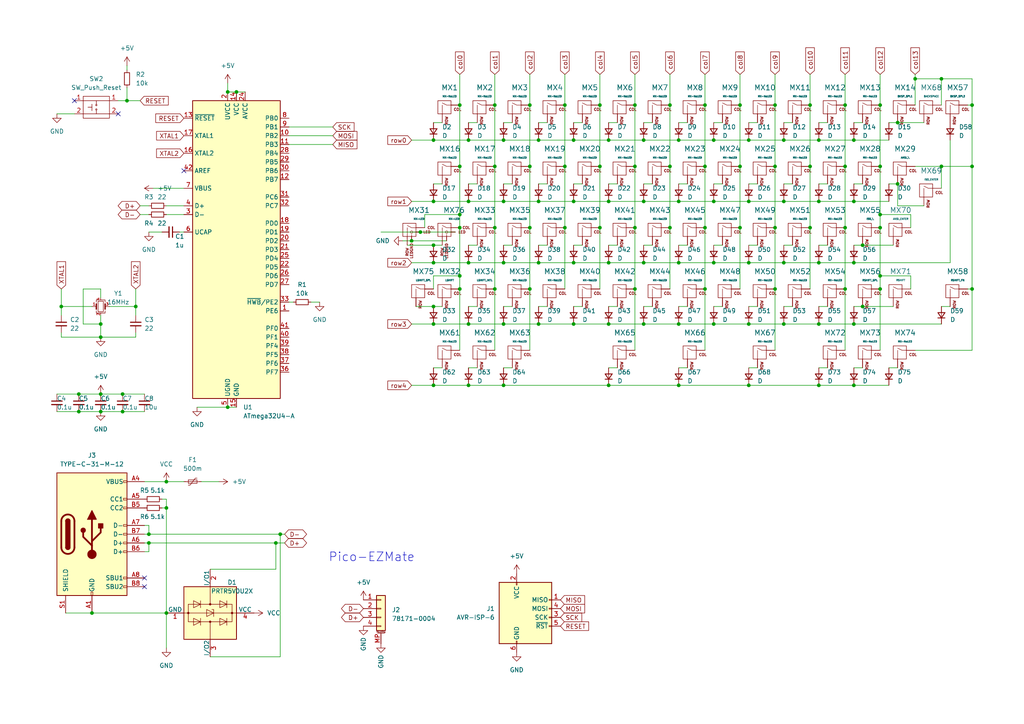
<source format=kicad_sch>
(kicad_sch (version 20230121) (generator eeschema)
  (paper "A4")
  (junction (at 196.85 58.42))
  (junction (at 35.56 119.38))
  (junction (at 176.53 76.2))
  (junction (at 146.05 111.76))
  (junction (at 48.26 177.8))
  (junction (at 135.89 76.2))
  (junction (at 143.51 30.48))
  (junction (at 247.65 58.42))
  (junction (at 184.15 83.82))
  (junction (at 135.89 58.42))
  (junction (at 234.95 66.04))
  (junction (at 156.21 58.42))
  (junction (at 245.11 66.04))
  (junction (at 224.79 83.82))
  (junction (at 237.49 40.64))
  (junction (at 207.01 76.2))
  (junction (at 186.69 93.98))
  (junction (at 237.49 76.2))
  (junction (at 214.63 48.26))
  (junction (at 194.31 30.48))
  (junction (at 227.33 76.2))
  (junction (at 176.53 40.64))
  (junction (at 156.21 76.2))
  (junction (at 196.85 40.64))
  (junction (at 163.83 30.48))
  (junction (at 135.89 111.76))
  (junction (at 255.27 83.82))
  (junction (at 196.85 93.98))
  (junction (at 143.51 83.82))
  (junction (at 125.73 111.76))
  (junction (at 260.35 35.56))
  (junction (at 217.17 93.98))
  (junction (at 184.15 48.26))
  (junction (at 227.33 40.64))
  (junction (at 22.86 119.38))
  (junction (at 273.05 22.86))
  (junction (at 214.63 30.48))
  (junction (at 156.21 93.98))
  (junction (at 173.99 48.26))
  (junction (at 29.21 114.3))
  (junction (at 245.11 48.26))
  (junction (at 39.37 88.9))
  (junction (at 224.79 66.04))
  (junction (at 281.94 30.48))
  (junction (at 237.49 58.42))
  (junction (at 146.05 93.98))
  (junction (at 281.94 48.26))
  (junction (at 121.92 67.31))
  (junction (at 173.99 30.48))
  (junction (at 255.27 80.01))
  (junction (at 26.67 177.8))
  (junction (at 22.86 114.3))
  (junction (at 184.15 30.48))
  (junction (at 48.26 139.7))
  (junction (at 227.33 58.42))
  (junction (at 207.01 58.42))
  (junction (at 186.69 76.2))
  (junction (at 143.51 66.04))
  (junction (at 135.89 93.98))
  (junction (at 173.99 66.04))
  (junction (at 214.63 66.04))
  (junction (at 43.18 154.94))
  (junction (at 186.69 40.64))
  (junction (at 184.15 66.04))
  (junction (at 186.69 58.42))
  (junction (at 125.73 71.12))
  (junction (at 224.79 48.26))
  (junction (at 133.35 83.82))
  (junction (at 204.47 66.04))
  (junction (at 237.49 111.76))
  (junction (at 176.53 93.98))
  (junction (at 194.31 48.26))
  (junction (at 36.83 29.21))
  (junction (at 234.95 30.48))
  (junction (at 255.27 48.26))
  (junction (at 68.58 26.67))
  (junction (at 43.18 157.48))
  (junction (at 156.21 40.64))
  (junction (at 166.37 93.98))
  (junction (at 176.53 58.42))
  (junction (at 133.35 66.04))
  (junction (at 217.17 58.42))
  (junction (at 153.67 83.82))
  (junction (at 143.51 48.26))
  (junction (at 135.89 40.64))
  (junction (at 29.21 119.38))
  (junction (at 133.35 62.23))
  (junction (at 217.17 40.64))
  (junction (at 153.67 30.48))
  (junction (at 207.01 93.98))
  (junction (at 217.17 111.76))
  (junction (at 204.47 83.82))
  (junction (at 247.65 93.98))
  (junction (at 265.43 22.86))
  (junction (at 133.35 80.01))
  (junction (at 194.31 66.04))
  (junction (at 176.53 111.76))
  (junction (at 153.67 66.04))
  (junction (at 66.04 118.11))
  (junction (at 196.85 111.76))
  (junction (at 17.78 88.9))
  (junction (at 250.19 71.12))
  (junction (at 146.05 58.42))
  (junction (at 146.05 40.64))
  (junction (at 125.73 40.64))
  (junction (at 196.85 76.2))
  (junction (at 255.27 30.48))
  (junction (at 81.28 154.94))
  (junction (at 35.56 114.3))
  (junction (at 125.73 88.9))
  (junction (at 125.73 76.2))
  (junction (at 133.35 48.26))
  (junction (at 217.17 76.2))
  (junction (at 146.05 76.2))
  (junction (at 255.27 62.23))
  (junction (at 125.73 93.98))
  (junction (at 153.67 48.26))
  (junction (at 163.83 48.26))
  (junction (at 166.37 58.42))
  (junction (at 237.49 93.98))
  (junction (at 247.65 40.64))
  (junction (at 204.47 30.48))
  (junction (at 80.01 157.48))
  (junction (at 245.11 30.48))
  (junction (at 125.73 58.42))
  (junction (at 207.01 40.64))
  (junction (at 255.27 66.04))
  (junction (at 29.21 97.79))
  (junction (at 166.37 76.2))
  (junction (at 245.11 83.82))
  (junction (at 247.65 76.2))
  (junction (at 234.95 48.26))
  (junction (at 163.83 66.04))
  (junction (at 29.21 93.98))
  (junction (at 281.94 83.82))
  (junction (at 250.19 88.9))
  (junction (at 119.38 69.85))
  (junction (at 224.79 30.48))
  (junction (at 204.47 48.26))
  (junction (at 133.35 30.48))
  (junction (at 260.35 53.34))
  (junction (at 227.33 93.98))
  (junction (at 66.04 26.67))
  (junction (at 247.65 111.76))
  (junction (at 273.05 48.26))
  (junction (at 166.37 40.64))
  (junction (at 48.26 147.32))
  (no_connect (at 53.34 49.53))
  (no_connect (at 41.91 170.18))
  (no_connect (at 34.29 33.02))
  (no_connect (at 41.91 167.64))
  (no_connect (at 21.59 29.21))
  (wire (pts (xy 250.19 71.12) (xy 259.08 71.12)))
  (wire (pts (xy 29.21 114.3) (xy 35.56 114.3)))
  (wire (pts (xy 125.73 106.68) (xy 128.27 106.68)))
  (wire (pts (xy 66.04 118.11) (xy 68.58 118.11)))
  (wire (pts (xy 119.38 58.42) (xy 125.73 58.42)))
  (wire (pts (xy 255.27 62.23) (xy 255.27 66.04)))
  (wire (pts (xy 29.21 119.38) (xy 35.56 119.38)))
  (wire (pts (xy 44.45 54.61) (xy 53.34 54.61)))
  (wire (pts (xy 166.37 88.9) (xy 168.91 88.9)))
  (wire (pts (xy 273.05 48.26) (xy 273.05 54.61)))
  (wire (pts (xy 237.49 111.76) (xy 247.65 111.76)))
  (wire (pts (xy 119.38 40.64) (xy 125.73 40.64)))
  (wire (pts (xy 125.73 88.9) (xy 128.27 88.9)))
  (wire (pts (xy 80.01 157.48) (xy 82.55 157.48)))
  (wire (pts (xy 173.99 30.48) (xy 173.99 48.26)))
  (wire (pts (xy 273.05 88.9) (xy 275.59 88.9)))
  (wire (pts (xy 217.17 71.12) (xy 219.71 71.12)))
  (wire (pts (xy 48.26 144.78) (xy 48.26 147.32)))
  (wire (pts (xy 257.81 53.34) (xy 260.35 53.34)))
  (wire (pts (xy 247.65 53.34) (xy 250.19 53.34)))
  (wire (pts (xy 224.79 30.48) (xy 224.79 48.26)))
  (wire (pts (xy 153.67 83.82) (xy 153.67 101.6)))
  (wire (pts (xy 156.21 40.64) (xy 166.37 40.64)))
  (wire (pts (xy 255.27 48.26) (xy 255.27 62.23)))
  (wire (pts (xy 153.67 66.04) (xy 153.67 83.82)))
  (wire (pts (xy 29.21 83.82) (xy 24.13 83.82)))
  (wire (pts (xy 41.91 139.7) (xy 48.26 139.7)))
  (wire (pts (xy 234.95 48.26) (xy 234.95 66.04)))
  (wire (pts (xy 217.17 106.68) (xy 219.71 106.68)))
  (wire (pts (xy 43.18 157.48) (xy 80.01 157.48)))
  (wire (pts (xy 133.35 48.26) (xy 133.35 62.23)))
  (wire (pts (xy 176.53 35.56) (xy 179.07 35.56)))
  (wire (pts (xy 39.37 88.9) (xy 39.37 91.44)))
  (wire (pts (xy 125.73 83.82) (xy 125.73 80.01)))
  (wire (pts (xy 237.49 93.98) (xy 247.65 93.98)))
  (wire (pts (xy 196.85 106.68) (xy 199.39 106.68)))
  (wire (pts (xy 186.69 93.98) (xy 196.85 93.98)))
  (wire (pts (xy 194.31 48.26) (xy 194.31 66.04)))
  (wire (pts (xy 260.35 35.56) (xy 267.97 35.56)))
  (wire (pts (xy 217.17 35.56) (xy 219.71 35.56)))
  (wire (pts (xy 247.65 88.9) (xy 250.19 88.9)))
  (wire (pts (xy 135.89 111.76) (xy 146.05 111.76)))
  (wire (pts (xy 120.65 88.9) (xy 125.73 88.9)))
  (wire (pts (xy 135.89 35.56) (xy 138.43 35.56)))
  (wire (pts (xy 125.73 71.12) (xy 128.27 71.12)))
  (wire (pts (xy 227.33 76.2) (xy 237.49 76.2)))
  (wire (pts (xy 133.35 30.48) (xy 133.35 48.26)))
  (wire (pts (xy 227.33 71.12) (xy 229.87 71.12)))
  (wire (pts (xy 227.33 40.64) (xy 237.49 40.64)))
  (wire (pts (xy 176.53 40.64) (xy 186.69 40.64)))
  (wire (pts (xy 40.64 62.23) (xy 43.18 62.23)))
  (wire (pts (xy 245.11 48.26) (xy 245.11 66.04)))
  (wire (pts (xy 17.78 96.52) (xy 17.78 97.79)))
  (wire (pts (xy 237.49 88.9) (xy 240.03 88.9)))
  (wire (pts (xy 19.05 177.8) (xy 26.67 177.8)))
  (wire (pts (xy 176.53 106.68) (xy 179.07 106.68)))
  (wire (pts (xy 163.83 30.48) (xy 163.83 48.26)))
  (wire (pts (xy 41.91 154.94) (xy 43.18 154.94)))
  (wire (pts (xy 166.37 35.56) (xy 168.91 35.56)))
  (wire (pts (xy 207.01 71.12) (xy 209.55 71.12)))
  (wire (pts (xy 184.15 21.59) (xy 184.15 30.48)))
  (wire (pts (xy 255.27 83.82) (xy 255.27 101.6)))
  (wire (pts (xy 48.26 147.32) (xy 48.26 177.8)))
  (wire (pts (xy 173.99 21.59) (xy 173.99 30.48)))
  (wire (pts (xy 166.37 93.98) (xy 176.53 93.98)))
  (wire (pts (xy 68.58 26.67) (xy 71.12 26.67)))
  (wire (pts (xy 224.79 83.82) (xy 224.79 101.6)))
  (wire (pts (xy 186.69 71.12) (xy 189.23 71.12)))
  (wire (pts (xy 135.89 71.12) (xy 138.43 71.12)))
  (wire (pts (xy 217.17 76.2) (xy 227.33 76.2)))
  (wire (pts (xy 273.05 22.86) (xy 265.43 22.86)))
  (wire (pts (xy 34.29 29.21) (xy 36.83 29.21)))
  (wire (pts (xy 214.63 48.26) (xy 214.63 66.04)))
  (wire (pts (xy 39.37 97.79) (xy 29.21 97.79)))
  (wire (pts (xy 207.01 76.2) (xy 217.17 76.2)))
  (wire (pts (xy 173.99 66.04) (xy 173.99 83.82)))
  (wire (pts (xy 184.15 83.82) (xy 184.15 101.6)))
  (wire (pts (xy 125.73 58.42) (xy 135.89 58.42)))
  (wire (pts (xy 135.89 40.64) (xy 146.05 40.64)))
  (wire (pts (xy 204.47 66.04) (xy 204.47 83.82)))
  (wire (pts (xy 196.85 88.9) (xy 199.39 88.9)))
  (wire (pts (xy 247.65 93.98) (xy 273.05 93.98)))
  (wire (pts (xy 166.37 53.34) (xy 168.91 53.34)))
  (wire (pts (xy 16.51 119.38) (xy 22.86 119.38)))
  (wire (pts (xy 224.79 66.04) (xy 224.79 83.82)))
  (wire (pts (xy 237.49 35.56) (xy 240.03 35.56)))
  (wire (pts (xy 156.21 88.9) (xy 158.75 88.9)))
  (wire (pts (xy 41.91 152.4) (xy 43.18 152.4)))
  (wire (pts (xy 29.21 91.44) (xy 29.21 93.98)))
  (wire (pts (xy 237.49 58.42) (xy 247.65 58.42)))
  (wire (pts (xy 80.01 165.1) (xy 60.96 165.1)))
  (wire (pts (xy 125.73 80.01) (xy 133.35 80.01)))
  (wire (pts (xy 196.85 111.76) (xy 217.17 111.76)))
  (wire (pts (xy 156.21 71.12) (xy 158.75 71.12)))
  (wire (pts (xy 176.53 76.2) (xy 186.69 76.2)))
  (wire (pts (xy 207.01 35.56) (xy 209.55 35.56)))
  (wire (pts (xy 80.01 157.48) (xy 80.01 165.1)))
  (wire (pts (xy 204.47 30.48) (xy 204.47 48.26)))
  (wire (pts (xy 186.69 35.56) (xy 189.23 35.56)))
  (wire (pts (xy 217.17 40.64) (xy 227.33 40.64)))
  (wire (pts (xy 146.05 35.56) (xy 148.59 35.56)))
  (wire (pts (xy 43.18 160.02) (xy 43.18 157.48)))
  (wire (pts (xy 260.35 59.69) (xy 260.35 53.34)))
  (wire (pts (xy 166.37 40.64) (xy 176.53 40.64)))
  (wire (pts (xy 17.78 88.9) (xy 26.67 88.9)))
  (wire (pts (xy 227.33 35.56) (xy 229.87 35.56)))
  (wire (pts (xy 204.47 48.26) (xy 204.47 66.04)))
  (wire (pts (xy 196.85 93.98) (xy 207.01 93.98)))
  (wire (pts (xy 135.89 53.34) (xy 138.43 53.34)))
  (wire (pts (xy 66.04 24.13) (xy 66.04 26.67)))
  (wire (pts (xy 60.96 190.5) (xy 81.28 190.5)))
  (wire (pts (xy 17.78 88.9) (xy 17.78 91.44)))
  (wire (pts (xy 217.17 111.76) (xy 237.49 111.76)))
  (wire (pts (xy 125.73 111.76) (xy 135.89 111.76)))
  (wire (pts (xy 265.43 48.26) (xy 273.05 48.26)))
  (wire (pts (xy 96.52 39.37) (xy 83.82 39.37)))
  (wire (pts (xy 125.73 40.64) (xy 135.89 40.64)))
  (wire (pts (xy 237.49 40.64) (xy 247.65 40.64)))
  (wire (pts (xy 125.73 76.2) (xy 135.89 76.2)))
  (wire (pts (xy 281.94 22.86) (xy 273.05 22.86)))
  (wire (pts (xy 39.37 83.82) (xy 39.37 88.9)))
  (wire (pts (xy 24.13 93.98) (xy 29.21 93.98)))
  (wire (pts (xy 43.18 154.94) (xy 81.28 154.94)))
  (wire (pts (xy 234.95 21.59) (xy 234.95 30.48)))
  (wire (pts (xy 194.31 21.59) (xy 194.31 30.48)))
  (wire (pts (xy 123.19 62.23) (xy 133.35 62.23)))
  (wire (pts (xy 257.81 106.68) (xy 260.35 106.68)))
  (wire (pts (xy 281.94 83.82) (xy 281.94 101.6)))
  (wire (pts (xy 264.16 66.04) (xy 264.16 62.23)))
  (wire (pts (xy 227.33 93.98) (xy 237.49 93.98)))
  (wire (pts (xy 207.01 88.9) (xy 209.55 88.9)))
  (wire (pts (xy 58.42 139.7) (xy 63.5 139.7)))
  (wire (pts (xy 48.26 62.23) (xy 53.34 62.23)))
  (wire (pts (xy 146.05 88.9) (xy 148.59 88.9)))
  (wire (pts (xy 29.21 93.98) (xy 29.21 97.79)))
  (wire (pts (xy 41.91 157.48) (xy 43.18 157.48)))
  (wire (pts (xy 143.51 83.82) (xy 143.51 101.6)))
  (wire (pts (xy 214.63 21.59) (xy 214.63 30.48)))
  (wire (pts (xy 255.27 21.59) (xy 255.27 30.48)))
  (wire (pts (xy 16.51 114.3) (xy 22.86 114.3)))
  (wire (pts (xy 146.05 40.64) (xy 156.21 40.64)))
  (wire (pts (xy 227.33 58.42) (xy 237.49 58.42)))
  (wire (pts (xy 247.65 58.42) (xy 257.81 58.42)))
  (wire (pts (xy 281.94 30.48) (xy 281.94 22.86)))
  (wire (pts (xy 267.97 59.69) (xy 260.35 59.69)))
  (wire (pts (xy 153.67 30.48) (xy 153.67 48.26)))
  (wire (pts (xy 119.38 93.98) (xy 125.73 93.98)))
  (wire (pts (xy 48.26 177.8) (xy 48.26 187.96)))
  (wire (pts (xy 247.65 71.12) (xy 250.19 71.12)))
  (wire (pts (xy 207.01 40.64) (xy 217.17 40.64)))
  (wire (pts (xy 16.51 33.02) (xy 21.59 33.02)))
  (wire (pts (xy 224.79 21.59) (xy 224.79 30.48)))
  (wire (pts (xy 194.31 30.48) (xy 194.31 48.26)))
  (wire (pts (xy 119.38 111.76) (xy 125.73 111.76)))
  (wire (pts (xy 146.05 53.34) (xy 148.59 53.34)))
  (wire (pts (xy 52.07 67.31) (xy 53.34 67.31)))
  (wire (pts (xy 176.53 53.34) (xy 179.07 53.34)))
  (wire (pts (xy 214.63 66.04) (xy 214.63 83.82)))
  (wire (pts (xy 96.52 36.83) (xy 83.82 36.83)))
  (wire (pts (xy 217.17 53.34) (xy 219.71 53.34)))
  (wire (pts (xy 135.89 76.2) (xy 146.05 76.2)))
  (wire (pts (xy 48.26 59.69) (xy 53.34 59.69)))
  (wire (pts (xy 176.53 93.98) (xy 186.69 93.98)))
  (wire (pts (xy 247.65 35.56) (xy 250.19 35.56)))
  (wire (pts (xy 116.84 69.85) (xy 119.38 69.85)))
  (wire (pts (xy 156.21 93.98) (xy 166.37 93.98)))
  (wire (pts (xy 24.13 83.82) (xy 24.13 93.98)))
  (wire (pts (xy 156.21 53.34) (xy 158.75 53.34)))
  (wire (pts (xy 110.49 67.31) (xy 121.92 67.31)))
  (wire (pts (xy 146.05 58.42) (xy 156.21 58.42)))
  (wire (pts (xy 176.53 71.12) (xy 179.07 71.12)))
  (wire (pts (xy 217.17 58.42) (xy 227.33 58.42)))
  (wire (pts (xy 196.85 71.12) (xy 199.39 71.12)))
  (wire (pts (xy 275.59 40.64) (xy 275.59 76.2)))
  (wire (pts (xy 186.69 58.42) (xy 196.85 58.42)))
  (wire (pts (xy 184.15 30.48) (xy 184.15 48.26)))
  (wire (pts (xy 143.51 48.26) (xy 143.51 66.04)))
  (wire (pts (xy 247.65 106.68) (xy 250.19 106.68)))
  (wire (pts (xy 224.79 48.26) (xy 224.79 66.04)))
  (wire (pts (xy 186.69 76.2) (xy 196.85 76.2)))
  (wire (pts (xy 257.81 35.56) (xy 260.35 35.56)))
  (wire (pts (xy 46.99 147.32) (xy 48.26 147.32)))
  (wire (pts (xy 264.16 80.01) (xy 255.27 80.01)))
  (wire (pts (xy 146.05 111.76) (xy 176.53 111.76)))
  (wire (pts (xy 146.05 71.12) (xy 148.59 71.12)))
  (wire (pts (xy 281.94 30.48) (xy 281.94 48.26)))
  (wire (pts (xy 96.52 41.91) (xy 83.82 41.91)))
  (wire (pts (xy 36.83 19.05) (xy 36.83 20.32)))
  (wire (pts (xy 163.83 48.26) (xy 163.83 66.04)))
  (wire (pts (xy 125.73 35.56) (xy 128.27 35.56)))
  (wire (pts (xy 281.94 101.6) (xy 265.43 101.6)))
  (wire (pts (xy 275.59 76.2) (xy 247.65 76.2)))
  (wire (pts (xy 46.99 67.31) (xy 43.18 67.31)))
  (wire (pts (xy 196.85 35.56) (xy 199.39 35.56)))
  (wire (pts (xy 176.53 88.9) (xy 179.07 88.9)))
  (wire (pts (xy 207.01 93.98) (xy 217.17 93.98)))
  (wire (pts (xy 280.67 83.82) (xy 281.94 83.82)))
  (wire (pts (xy 17.78 97.79) (xy 29.21 97.79)))
  (wire (pts (xy 176.53 111.76) (xy 196.85 111.76)))
  (wire (pts (xy 35.56 114.3) (xy 41.91 114.3)))
  (wire (pts (xy 255.27 30.48) (xy 255.27 48.26)))
  (wire (pts (xy 135.89 88.9) (xy 138.43 88.9)))
  (wire (pts (xy 119.38 69.85) (xy 129.54 69.85)))
  (wire (pts (xy 176.53 58.42) (xy 186.69 58.42)))
  (wire (pts (xy 234.95 30.48) (xy 234.95 48.26)))
  (wire (pts (xy 146.05 76.2) (xy 156.21 76.2)))
  (wire (pts (xy 39.37 96.52) (xy 39.37 97.79)))
  (wire (pts (xy 273.05 30.48) (xy 273.05 22.86)))
  (wire (pts (xy 237.49 53.34) (xy 240.03 53.34)))
  (wire (pts (xy 281.94 48.26) (xy 273.05 48.26)))
  (wire (pts (xy 48.26 139.7) (xy 53.34 139.7)))
  (wire (pts (xy 133.35 21.59) (xy 133.35 30.48)))
  (wire (pts (xy 196.85 40.64) (xy 207.01 40.64)))
  (wire (pts (xy 90.17 87.63) (xy 92.71 87.63)))
  (wire (pts (xy 133.35 83.82) (xy 133.35 101.6)))
  (wire (pts (xy 250.19 88.9) (xy 259.08 88.9)))
  (wire (pts (xy 46.99 144.78) (xy 48.26 144.78)))
  (wire (pts (xy 156.21 58.42) (xy 166.37 58.42)))
  (wire (pts (xy 245.11 30.48) (xy 245.11 48.26)))
  (wire (pts (xy 281.94 48.26) (xy 281.94 83.82)))
  (wire (pts (xy 245.11 21.59) (xy 245.11 30.48)))
  (wire (pts (xy 133.35 62.23) (xy 133.35 66.04)))
  (wire (pts (xy 265.43 22.86) (xy 265.43 30.48)))
  (wire (pts (xy 135.89 93.98) (xy 146.05 93.98)))
  (wire (pts (xy 194.31 66.04) (xy 194.31 83.82)))
  (wire (pts (xy 81.28 190.5) (xy 81.28 154.94)))
  (wire (pts (xy 265.43 21.59) (xy 265.43 22.86)))
  (wire (pts (xy 123.19 66.04) (xy 123.19 62.23)))
  (wire (pts (xy 280.67 30.48) (xy 281.94 30.48)))
  (wire (pts (xy 57.15 118.11) (xy 66.04 118.11)))
  (wire (pts (xy 17.78 83.82) (xy 17.78 88.9)))
  (wire (pts (xy 227.33 53.34) (xy 229.87 53.34)))
  (wire (pts (xy 204.47 21.59) (xy 204.47 30.48)))
  (wire (pts (xy 247.65 40.64) (xy 257.81 40.64)))
  (wire (pts (xy 227.33 88.9) (xy 229.87 88.9)))
  (wire (pts (xy 40.64 59.69) (xy 43.18 59.69)))
  (wire (pts (xy 247.65 111.76) (xy 257.81 111.76)))
  (wire (pts (xy 83.82 87.63) (xy 85.09 87.63)))
  (wire (pts (xy 264.16 83.82) (xy 264.16 80.01)))
  (wire (pts (xy 22.86 119.38) (xy 29.21 119.38)))
  (wire (pts (xy 143.51 66.04) (xy 143.51 83.82)))
  (wire (pts (xy 173.99 48.26) (xy 173.99 66.04)))
  (wire (pts (xy 143.51 30.48) (xy 143.51 48.26)))
  (wire (pts (xy 135.89 106.68) (xy 138.43 106.68)))
  (wire (pts (xy 166.37 71.12) (xy 168.91 71.12)))
  (wire (pts (xy 196.85 76.2) (xy 207.01 76.2)))
  (wire (pts (xy 186.69 88.9) (xy 189.23 88.9)))
  (wire (pts (xy 237.49 76.2) (xy 247.65 76.2)))
  (wire (pts (xy 196.85 58.42) (xy 207.01 58.42)))
  (wire (pts (xy 153.67 21.59) (xy 153.67 30.48)))
  (wire (pts (xy 118.11 71.12) (xy 125.73 71.12)))
  (wire (pts (xy 217.17 88.9) (xy 219.71 88.9)))
  (wire (pts (xy 31.75 88.9) (xy 39.37 88.9)))
  (wire (pts (xy 237.49 71.12) (xy 240.03 71.12)))
  (wire (pts (xy 234.95 66.04) (xy 234.95 83.82)))
  (wire (pts (xy 125.73 93.98) (xy 135.89 93.98)))
  (wire (pts (xy 133.35 80.01) (xy 133.35 83.82)))
  (wire (pts (xy 196.85 53.34) (xy 199.39 53.34)))
  (wire (pts (xy 41.91 160.02) (xy 43.18 160.02)))
  (wire (pts (xy 22.86 114.3) (xy 29.21 114.3)))
  (wire (pts (xy 153.67 48.26) (xy 153.67 66.04)))
  (wire (pts (xy 66.04 26.67) (xy 68.58 26.67)))
  (wire (pts (xy 186.69 40.64) (xy 196.85 40.64)))
  (wire (pts (xy 119.38 76.2) (xy 125.73 76.2)))
  (wire (pts (xy 245.11 66.04) (xy 245.11 83.82)))
  (wire (pts (xy 245.11 83.82) (xy 245.11 101.6)))
  (wire (pts (xy 36.83 25.4) (xy 36.83 29.21)))
  (wire (pts (xy 255.27 66.04) (xy 255.27 80.01)))
  (wire (pts (xy 48.26 177.8) (xy 26.67 177.8)))
  (wire (pts (xy 146.05 106.68) (xy 148.59 106.68)))
  (wire (pts (xy 121.92 67.31) (xy 132.08 67.31)))
  (wire (pts (xy 237.49 106.68) (xy 240.03 106.68)))
  (wire (pts (xy 29.21 86.36) (xy 29.21 83.82)))
  (wire (pts (xy 204.47 83.82) (xy 204.47 101.6)))
  (wire (pts (xy 184.15 48.26) (xy 184.15 66.04)))
  (wire (pts (xy 186.69 53.34) (xy 189.23 53.34)))
  (wire (pts (xy 43.18 152.4) (xy 43.18 154.94)))
  (wire (pts (xy 207.01 58.42) (xy 217.17 58.42)))
  (wire (pts (xy 163.83 66.04) (xy 163.83 83.82)))
  (wire (pts (xy 214.63 30.48) (xy 214.63 48.26)))
  (wire (pts (xy 35.56 119.38) (xy 41.91 119.38)))
  (wire (pts (xy 146.05 93.98) (xy 156.21 93.98)))
  (wire (pts (xy 207.01 53.34) (xy 209.55 53.34)))
  (wire (pts (xy 81.28 154.94) (xy 82.55 154.94)))
  (wire (pts (xy 156.21 76.2) (xy 166.37 76.2)))
  (wire (pts (xy 135.89 58.42) (xy 146.05 58.42)))
  (wire (pts (xy 217.17 93.98) (xy 227.33 93.98)))
  (wire (pts (xy 125.73 53.34) (xy 128.27 53.34)))
  (wire (pts (xy 143.51 21.59) (xy 143.51 30.48)))
  (wire (pts (xy 166.37 58.42) (xy 176.53 58.42)))
  (wire (pts (xy 166.37 76.2) (xy 176.53 76.2)))
  (wire (pts (xy 184.15 66.04) (xy 184.15 83.82)))
  (wire (pts (xy 133.35 66.04) (xy 133.35 80.01)))
  (wire (pts (xy 264.16 62.23) (xy 255.27 62.23)))
  (wire (pts (xy 36.83 29.21) (xy 40.64 29.21)))
  (wire (pts (xy 163.83 21.59) (xy 163.83 30.48)))
  (wire (pts (xy 255.27 80.01) (xy 255.27 83.82)))
  (wire (pts (xy 156.21 35.56) (xy 158.75 35.56)))
  (text "Pico-EZMate" (at 95.25 163.195 0) (effects (font (size 2.54 2.54)) (justify left bottom)))
  (global_label "D+" (shape bidirectional) (at 40.64 59.69 180) (property "Intersheetrefs" "${INTERSHEET_REFS}" (effects hide)))
  (global_label "col1" (shape input) (at 143.51 21.59 90) (property "Intersheetrefs" "${INTERSHEET_REFS}" (effects hide)))
  (global_label "MISO" (shape input) (at 162.56 173.99 0) (property "Intersheetrefs" "${INTERSHEET_REFS}" (effects hide)))
  (global_label "D+" (shape bidirectional) (at 82.55 157.48 0) (property "Intersheetrefs" "${INTERSHEET_REFS}" (effects hide)))
  (global_label "D+" (shape bidirectional) (at 105.41 179.07 180) (property "Intersheetrefs" "${INTERSHEET_REFS}" (effects hide)))
  (global_label "D-" (shape bidirectional) (at 40.64 62.23 180) (property "Intersheetrefs" "${INTERSHEET_REFS}" (effects hide)))
  (global_label "col13" (shape input) (at 265.43 21.59 90) (property "Intersheetrefs" "${INTERSHEET_REFS}" (effects hide)))
  (global_label "col12" (shape input) (at 255.27 21.59 90) (property "Intersheetrefs" "${INTERSHEET_REFS}" (effects hide)))
  (global_label "col6" (shape input) (at 194.31 21.59 90) (property "Intersheetrefs" "${INTERSHEET_REFS}" (effects hide)))
  (global_label "XTAL1" (shape input) (at 17.78 83.82 90) (property "Intersheetrefs" "${INTERSHEET_REFS}" (effects hide)))
  (global_label "SCK" (shape input) (at 162.56 179.07 0) (property "Intersheetrefs" "${INTERSHEET_REFS}" (effects hide)))
  (global_label "RESET" (shape input) (at 162.56 181.61 0) (property "Intersheetrefs" "${INTERSHEET_REFS}" (effects hide)))
  (global_label "MISO" (shape input) (at 96.52 41.91 0) (property "Intersheetrefs" "${INTERSHEET_REFS}" (effects hide)))
  (global_label "row3" (shape input) (at 119.38 93.98 180) (property "Intersheetrefs" "${INTERSHEET_REFS}" (effects hide)))
  (global_label "RESET" (shape input) (at 40.64 29.21 0) (property "Intersheetrefs" "${INTERSHEET_REFS}" (effects hide)))
  (global_label "D-" (shape bidirectional) (at 105.41 176.53 180) (property "Intersheetrefs" "${INTERSHEET_REFS}" (effects hide)))
  (global_label "col4" (shape input) (at 173.99 21.59 90) (property "Intersheetrefs" "${INTERSHEET_REFS}" (effects hide)))
  (global_label "XTAL2" (shape input) (at 39.37 83.82 90) (property "Intersheetrefs" "${INTERSHEET_REFS}" (effects hide)))
  (global_label "row1" (shape input) (at 119.38 58.42 180) (property "Intersheetrefs" "${INTERSHEET_REFS}" (effects hide)))
  (global_label "col3" (shape input) (at 163.83 21.59 90) (property "Intersheetrefs" "${INTERSHEET_REFS}" (effects hide)))
  (global_label "col10" (shape input) (at 234.95 21.59 90) (property "Intersheetrefs" "${INTERSHEET_REFS}" (effects hide)))
  (global_label "SCK" (shape input) (at 96.52 36.83 0) (property "Intersheetrefs" "${INTERSHEET_REFS}" (effects hide)))
  (global_label "col9" (shape input) (at 224.79 21.59 90) (property "Intersheetrefs" "${INTERSHEET_REFS}" (effects hide)))
  (global_label "col0" (shape input) (at 133.35 21.59 90) (property "Intersheetrefs" "${INTERSHEET_REFS}" (effects hide)))
  (global_label "D-" (shape bidirectional) (at 82.55 154.94 0) (property "Intersheetrefs" "${INTERSHEET_REFS}" (effects hide)))
  (global_label "row2" (shape input) (at 119.38 76.2 180) (property "Intersheetrefs" "${INTERSHEET_REFS}" (effects hide)))
  (global_label "col2" (shape input) (at 153.67 21.59 90) (property "Intersheetrefs" "${INTERSHEET_REFS}" (effects hide)))
  (global_label "col8" (shape input) (at 214.63 21.59 90) (property "Intersheetrefs" "${INTERSHEET_REFS}" (effects hide)))
  (global_label "row0" (shape input) (at 119.38 40.64 180) (property "Intersheetrefs" "${INTERSHEET_REFS}" (effects hide)))
  (global_label "row4" (shape input) (at 119.38 111.76 180) (property "Intersheetrefs" "${INTERSHEET_REFS}" (effects hide)))
  (global_label "col7" (shape input) (at 204.47 21.59 90) (property "Intersheetrefs" "${INTERSHEET_REFS}" (effects hide)))
  (global_label "XTAL1" (shape input) (at 53.34 39.37 180) (property "Intersheetrefs" "${INTERSHEET_REFS}" (effects hide)))
  (global_label "col5" (shape input) (at 184.15 21.59 90) (property "Intersheetrefs" "${INTERSHEET_REFS}" (effects hide)))
  (global_label "MOSI" (shape input) (at 96.52 39.37 0) (property "Intersheetrefs" "${INTERSHEET_REFS}" (effects hide)))
  (global_label "col11" (shape input) (at 245.11 21.59 90) (property "Intersheetrefs" "${INTERSHEET_REFS}" (effects hide)))
  (global_label "MOSI" (shape input) (at 162.56 176.53 0) (property "Intersheetrefs" "${INTERSHEET_REFS}" (effects hide)))
  (global_label "RESET" (shape input) (at 53.34 34.29 180) (property "Intersheetrefs" "${INTERSHEET_REFS}" (effects hide)))
  (global_label "XTAL2" (shape input) (at 53.34 44.45 180) (property "Intersheetrefs" "${INTERSHEET_REFS}" (effects hide)))
  (symbol (lib_id "MX_Alps_Hybrid:MX-NoLED") (at 260.35 67.31 0) (unit 1)
    (property "Reference" "MX70" (at 261.2332 60.96 0) (effects (font (size 1.524 1.524))))
    (property "Value" "ANSI_ENTER" (at 261.2332 63.5 0) (effects (font (size 0.508 0.508))))
  )
  (symbol (lib_id "Local:SW_SKQG") (at 27.94 26.67 0) (unit 1)
    (property "Reference" "SW2" (at 27.94 22.86 0))
    (property "Value" "SW_Push_Reset" (at 27.94 25.4 0))
  )
  (symbol (lib_id "Device:D_Small") (at 125.73 38.1 90) (unit 1)
    (property "Reference" "D2" (at 128.27 36.83 90) (effects (justify right)))
    (property "Value" "D" (at 128.27 39.37 90) (effects (justify right)))
    (property "Sim.Device" "D" (effects hide))
    (property "Sim.Pins" "1=K 2=A" (effects hide))
  )
  (symbol (lib_id "power:VCC") (at 73.66 177.8 270) (unit 1)
    (property "Reference" "#PWR017" (effects hide))
    (property "Value" "VCC" (at 77.47 177.8 90) (effects (justify left)))
  )
  (symbol (lib_id "power:+5V") (at 149.86 166.37 0) (unit 1)
    (property "Reference" "#PWR012" (effects hide))
    (property "Value" "+5V" (at 149.86 161.29 0))
  )
  (symbol (lib_id "Device:D_Small") (at 196.85 73.66 90) (unit 1)
    (property "Reference" "D46" (at 199.39 72.39 90) (effects (justify right)))
    (property "Value" "D" (at 199.39 74.93 90) (effects (justify right)))
    (property "Sim.Device" "D" (effects hide))
    (property "Sim.Pins" "1=K 2=A" (effects hide))
  )
  (symbol (lib_id "MX_Alps_Hybrid:MX-NoLED") (at 149.86 31.75 0) (unit 1)
    (property "Reference" "MX3" (at 150.7432 25.4 0) (effects (font (size 1.524 1.524))))
    (property "Value" "MX-NoLED" (at 150.7432 27.94 0) (effects (font (size 0.508 0.508))))
  )
  (symbol (lib_id "Device:D_Small") (at 247.65 55.88 90) (unit 1)
    (property "Reference" "D29" (at 250.19 54.61 90) (effects (justify right)))
    (property "Value" "D" (at 250.19 57.15 90) (effects (justify right)))
    (property "Sim.Device" "D" (effects hide))
    (property "Sim.Pins" "1=K 2=A" (effects hide))
  )
  (symbol (lib_id "Device:D_Small") (at 186.69 38.1 90) (unit 1)
    (property "Reference" "D8" (at 189.23 36.83 90) (effects (justify right)))
    (property "Value" "D" (at 189.23 39.37 90) (effects (justify right)))
    (property "Sim.Device" "D" (effects hide))
    (property "Sim.Pins" "1=K 2=A" (effects hide))
  )
  (symbol (lib_id "MX_Alps_Hybrid:MX-NoLED") (at 190.5 67.31 0) (unit 1)
    (property "Reference" "MX43" (at 191.3832 60.96 0) (effects (font (size 1.524 1.524))))
    (property "Value" "MX-NoLED" (at 191.3832 63.5 0) (effects (font (size 0.508 0.508))))
  )
  (symbol (lib_id "Device:D_Small") (at 156.21 91.44 90) (unit 1)
    (property "Reference" "D39" (at 158.75 90.17 90) (effects (justify right)))
    (property "Value" "D" (at 158.75 92.71 90) (effects (justify right)))
    (property "Sim.Device" "D" (effects hide))
    (property "Sim.Pins" "1=K 2=A" (effects hide))
  )
  (symbol (lib_id "Device:D_Small") (at 156.21 38.1 90) (unit 1)
    (property "Reference" "D5" (at 158.75 36.83 90) (effects (justify right)))
    (property "Value" "D" (at 158.75 39.37 90) (effects (justify right)))
    (property "Sim.Device" "D" (effects hide))
    (property "Sim.Pins" "1=K 2=A" (effects hide))
  )
  (symbol (lib_id "Device:D_Small") (at 217.17 38.1 90) (unit 1)
    (property "Reference" "D11" (at 219.71 36.83 90) (effects (justify right)))
    (property "Value" "D" (at 219.71 39.37 90) (effects (justify right)))
    (property "Sim.Device" "D" (effects hide))
    (property "Sim.Pins" "1=K 2=A" (effects hide))
  )
  (symbol (lib_id "MX_Alps_Hybrid:MX-NoLED") (at 261.62 49.53 0) (unit 1)
    (property "Reference" "MX29" (at 262.5032 43.18 0) (effects (font (size 1.524 1.524))))
    (property "Value" "ANSI_\\" (at 262.5032 45.72 0) (effects (font (size 0.508 0.508))))
  )
  (symbol (lib_id "Device:C_Small") (at 29.21 116.84 0) (unit 1)
    (property "Reference" "C6" (at 29.21 115.57 0) (effects (justify left)))
    (property "Value" "0.1u" (at 29.21 118.11 0) (effects (justify left)))
  )
  (symbol (lib_id "Device:D_Small") (at 247.65 73.66 90) (unit 1)
    (property "Reference" "D56" (at 250.19 72.39 90) (effects (justify right)))
    (property "Value" "D" (at 250.19 74.93 90) (effects (justify right)))
    (property "Sim.Device" "D" (effects hide))
    (property "Sim.Pins" "1=K 2=A" (effects hide))
  )
  (symbol (lib_id "Device:C_Small") (at 41.91 116.84 0) (unit 1)
    (property "Reference" "C8" (at 41.91 115.57 0) (effects (justify left)))
    (property "Value" "10u" (at 41.91 118.11 0) (effects (justify left)))
  )
  (symbol (lib_id "Device:D_Small") (at 146.05 38.1 90) (unit 1)
    (property "Reference" "D4" (at 148.59 36.83 90) (effects (justify right)))
    (property "Value" "D" (at 148.59 39.37 90) (effects (justify right)))
    (property "Sim.Device" "D" (effects hide))
    (property "Sim.Pins" "1=K 2=A" (effects hide))
  )
  (symbol (lib_id "MX_Alps_Hybrid:MX-NoLED") (at 129.54 102.87 0) (unit 1)
    (property "Reference" "MX61" (at 130.4232 96.52 0) (effects (font (size 1.524 1.524))))
    (property "Value" "MX-NoLED" (at 130.4232 99.06 0) (effects (font (size 0.508 0.508))))
  )
  (symbol (lib_id "Device:D_Small") (at 176.53 91.44 90) (unit 1)
    (property "Reference" "D43" (at 179.07 90.17 90) (effects (justify right)))
    (property "Value" "D" (at 179.07 92.71 90) (effects (justify right)))
    (property "Sim.Device" "D" (effects hide))
    (property "Sim.Pins" "1=K 2=A" (effects hide))
  )
  (symbol (lib_id "Device:C_Small") (at 39.37 93.98 0) (unit 1)
    (property "Reference" "C3" (at 41.91 92.7163 0) (effects (justify left)))
    (property "Value" "22" (at 41.91 95.2563 0) (effects (justify left)))
  )
  (symbol (lib_id "Device:D_Small") (at 217.17 91.44 90) (unit 1)
    (property "Reference" "D51" (at 219.71 90.17 90) (effects (justify right)))
    (property "Value" "D" (at 219.71 92.71 90) (effects (justify right)))
    (property "Sim.Device" "D" (effects hide))
    (property "Sim.Pins" "1=K 2=A" (effects hide))
  )
  (symbol (lib_id "Device:R_Small") (at 36.83 22.86 0) (unit 1)
    (property "Reference" "R2" (at 39.37 21.59 0) (effects (justify left)))
    (property "Value" "10k" (at 39.37 24.13 0) (effects (justify left)))
  )
  (symbol (lib_id "MX_Alps_Hybrid:MX-NoLED") (at 241.3 85.09 0) (unit 1)
    (property "Reference" "MX54" (at 242.1832 78.74 0) (effects (font (size 1.524 1.524))))
    (property "Value" "MX-NoLED" (at 242.1832 81.28 0) (effects (font (size 0.508 0.508))))
  )
  (symbol (lib_id "Device:D_Small") (at 247.65 91.44 90) (unit 1)
    (property "Reference" "D57" (at 250.19 90.17 90) (effects (justify right)))
    (property "Value" "D" (at 250.19 92.71 90) (effects (justify right)))
    (property "Sim.Device" "D" (effects hide))
    (property "Sim.Pins" "1=K 2=A" (effects hide))
  )
  (symbol (lib_id "MX_Alps_Hybrid:MX-NoLED") (at 180.34 102.87 0) (unit 1)
    (property "Reference" "MX65" (at 181.2232 96.52 0) (effects (font (size 1.524 1.524))))
    (property "Value" "MX-NoLED" (at 181.2232 99.06 0) (effects (font (size 0.508 0.508))))
  )
  (symbol (lib_id "Device:D_Small") (at 135.89 91.44 90) (unit 1)
    (property "Reference" "D35" (at 138.43 90.17 90) (effects (justify right)))
    (property "Value" "D" (at 138.43 92.71 90) (effects (justify right)))
    (property "Sim.Device" "D" (effects hide))
    (property "Sim.Pins" "1=K 2=A" (effects hide))
  )
  (symbol (lib_id "Device:D_Small") (at 207.01 73.66 90) (unit 1)
    (property "Reference" "D48" (at 209.55 72.39 90) (effects (justify right)))
    (property "Value" "D" (at 209.55 74.93 90) (effects (justify right)))
    (property "Sim.Device" "D" (effects hide))
    (property "Sim.Pins" "1=K 2=A" (effects hide))
  )
  (symbol (lib_id "MX_Alps_Hybrid:MX-NoLED") (at 251.46 31.75 0) (unit 1)
    (property "Reference" "MX13" (at 252.3432 25.4 0) (effects (font (size 1.524 1.524))))
    (property "Value" "MX-NoLED" (at 252.3432 27.94 0) (effects (font (size 0.508 0.508))))
  )
  (symbol (lib_id "Device:D_Small") (at 196.85 109.22 90) (unit 1)
    (property "Reference" "D67" (at 199.39 107.95 90) (effects (justify right)))
    (property "Value" "D" (at 199.39 110.49 90) (effects (justify right)))
    (property "Sim.Device" "D" (effects hide))
    (property "Sim.Pins" "1=K 2=A" (effects hide))
  )
  (symbol (lib_id "MX_Alps_Hybrid:MX-NoLED") (at 210.82 67.31 0) (unit 1)
    (property "Reference" "MX47" (at 211.7032 60.96 0) (effects (font (size 1.524 1.524))))
    (property "Value" "MX-NoLED" (at 211.7032 63.5 0) (effects (font (size 0.508 0.508))))
  )
  (symbol (lib_id "Device:D_Small") (at 166.37 91.44 90) (unit 1)
    (property "Reference" "D41" (at 168.91 90.17 90) (effects (justify right)))
    (property "Value" "D" (at 168.91 92.71 90) (effects (justify right)))
    (property "Sim.Device" "D" (effects hide))
    (property "Sim.Pins" "1=K 2=A" (effects hide))
  )
  (symbol (lib_id "Device:D_Small") (at 237.49 109.22 90) (unit 1)
    (property "Reference" "D73" (at 240.03 107.95 90) (effects (justify right)))
    (property "Value" "D" (at 240.03 110.49 90) (effects (justify right)))
    (property "Sim.Device" "D" (effects hide))
    (property "Sim.Pins" "1=K 2=A" (effects hide))
  )
  (symbol (lib_id "MX_Alps_Hybrid:MX-NoLED") (at 210.82 85.09 0) (unit 1)
    (property "Reference" "MX48" (at 211.7032 78.74 0) (effects (font (size 1.524 1.524))))
    (property "Value" "MX-NoLED" (at 211.7032 81.28 0) (effects (font (size 0.508 0.508))))
  )
  (symbol (lib_id "Device:D_Small") (at 186.69 55.88 90) (unit 1)
    (property "Reference" "D23" (at 189.23 54.61 90) (effects (justify right)))
    (property "Value" "D" (at 189.23 57.15 90) (effects (justify right)))
    (property "Sim.Device" "D" (effects hide))
    (property "Sim.Pins" "1=K 2=A" (effects hide))
  )
  (symbol (lib_id "MX_Alps_Hybrid:MX-NoLED") (at 170.18 49.53 0) (unit 1)
    (property "Reference" "MX20" (at 171.0632 43.18 0) (effects (font (size 1.524 1.524))))
    (property "Value" "MX-NoLED" (at 171.0632 45.72 0) (effects (font (size 0.508 0.508))))
  )
  (symbol (lib_id "Connector:AVR-ISP-6") (at 152.4 179.07 0) (unit 1)
    (property "Reference" "J1" (at 143.51 176.53 0) (effects (justify right)))
    (property "Value" "AVR-ISP-6" (at 143.51 179.07 0) (effects (justify right)))
    (property "Datasheet" " ~" (effects hide))
  )
  (symbol (lib_id "Device:D_Small") (at 217.17 109.22 90) (unit 1)
    (property "Reference" "D68" (at 219.71 107.95 90) (effects (justify right)))
    (property "Value" "D" (at 219.71 110.49 90) (effects (justify right)))
    (property "Sim.Device" "D" (effects hide))
    (property "Sim.Pins" "1=K 2=A" (effects hide))
  )
  (symbol (lib_id "MX_Alps_Hybrid:MX-NoLED") (at 200.66 49.53 0) (unit 1)
    (property "Reference" "MX23" (at 201.5432 43.18 0) (effects (font (size 1.524 1.524))))
    (property "Value" "MX-NoLED" (at 201.5432 45.72 0) (effects (font (size 0.508 0.508))))
  )
  (symbol (lib_id "MX_Alps_Hybrid:MX-NoLED") (at 170.18 85.09 0) (unit 1)
    (property "Reference" "MX40" (at 171.0632 78.74 0) (effects (font (size 1.524 1.524))))
    (property "Value" "MX-NoLED" (at 171.0632 81.28 0) (effects (font (size 0.508 0.508))))
  )
  (symbol (lib_id "Device:D_Small") (at 196.85 55.88 90) (unit 1)
    (property "Reference" "D24" (at 199.39 54.61 90) (effects (justify right)))
    (property "Value" "D" (at 199.39 57.15 90) (effects (justify right)))
    (property "Sim.Device" "D" (effects hide))
    (property "Sim.Pins" "1=K 2=A" (effects hide))
  )
  (symbol (lib_id "Device:D_Small") (at 186.69 73.66 90) (unit 1)
    (property "Reference" "D44" (at 189.23 72.39 90) (effects (justify right)))
    (property "Value" "D" (at 189.23 74.93 90) (effects (justify right)))
    (property "Sim.Device" "D" (effects hide))
    (property "Sim.Pins" "1=K 2=A" (effects hide))
  )
  (symbol (lib_id "Device:D_Small") (at 176.53 109.22 90) (unit 1)
    (property "Reference" "D66" (at 179.07 107.95 90) (effects (justify right)))
    (property "Value" "D" (at 179.07 110.49 90) (effects (justify right)))
    (property "Sim.Device" "D" (effects hide))
    (property "Sim.Pins" "1=K 2=A" (effects hide))
  )
  (symbol (lib_id "Device:D_Small") (at 207.01 38.1 90) (unit 1)
    (property "Reference" "D10" (at 209.55 36.83 90) (effects (justify right)))
    (property "Value" "D" (at 209.55 39.37 90) (effects (justify right)))
    (property "Sim.Device" "D" (effects hide))
    (property "Sim.Pins" "1=K 2=A" (effects hide))
  )
  (symbol (lib_id "MX_Alps_Hybrid:MX-NoLED") (at 180.34 85.09 0) (unit 1)
    (property "Reference" "MX42" (at 181.2232 78.74 0) (effects (font (size 1.524 1.524))))
    (property "Value" "MX-NoLED" (at 181.2232 81.28 0) (effects (font (size 0.508 0.508))))
  )
  (symbol (lib_id "MX_Alps_Hybrid:MX-NoLED") (at 251.46 67.31 0) (unit 1)
    (property "Reference" "MX55" (at 252.3432 60.96 0) (effects (font (size 1.524 1.524))))
    (property "Value" "ISO_\\" (at 252.3432 63.5 0) (effects (font (size 0.508 0.508))))
  )
  (symbol (lib_id "Power_Protection:PRTR5V0U2X") (at 60.96 177.8 270) (unit 1)
    (property "Reference" "D1" (at 67.31 168.91 90))
    (property "Value" "PRTR5V0U2X" (at 67.31 171.45 90))
    (property "Footprint" "Package_TO_SOT_SMD:SOT-143" (effects hide))
    (property "Datasheet" "https://assets.nexperia.com/documents/data-sheet/PRTR5V0U2X.pdf" (effects hide))
  )
  (symbol (lib_id "Device:D_Small") (at 247.65 109.22 90) (unit 1)
    (property "Reference" "D74" (at 250.19 107.95 90) (effects (justify right)))
    (property "Value" "D" (at 250.19 110.49 90) (effects (justify right)))
    (property "Sim.Device" "D" (effects hide))
    (property "Sim.Pins" "1=K 2=A" (effects hide))
  )
  (symbol (lib_id "MX_Alps_Hybrid:MX-NoLED") (at 170.18 67.31 0) (unit 1)
    (property "Reference" "MX39" (at 171.0632 60.96 0) (effects (font (size 1.524 1.524))))
    (property "Value" "MX-NoLED" (at 171.0632 63.5 0) (effects (font (size 0.508 0.508))))
  )
  (symbol (lib_id "Device:D_Small") (at 196.85 91.44 90) (unit 1)
    (property "Reference" "D47" (at 199.39 90.17 90) (effects (justify right)))
    (property "Value" "D" (at 199.39 92.71 90) (effects (justify right)))
    (property "Sim.Device" "D" (effects hide))
    (property "Sim.Pins" "1=K 2=A" (effects hide))
  )
  (symbol (lib_id "MX_Alps_Hybrid:MX-NoLED") (at 220.98 67.31 0) (unit 1)
    (property "Reference" "MX49" (at 221.8632 60.96 0) (effects (font (size 1.524 1.524))))
    (property "Value" "MX-NoLED" (at 221.8632 63.5 0) (effects (font (size 0.508 0.508))))
  )
  (symbol (lib_id "MX_Alps_Hybrid:MX-NoLED") (at 200.66 102.87 0) (unit 1)
    (property "Reference" "MX66" (at 201.5432 96.52 0) (effects (font (size 1.524 1.524))))
    (property "Value" "MX-NoLED" (at 201.5432 99.06 0) (effects (font (size 0.508 0.508))))
  )
  (symbol (lib_id "MX_Alps_Hybrid:MX-NoLED") (at 139.7 102.87 0) (unit 1)
    (property "Reference" "MX62" (at 140.5832 96.52 0) (effects (font (size 1.524 1.524))))
    (property "Value" "MX-NoLED" (at 140.5832 99.06 0) (effects (font (size 0.508 0.508))))
  )
  (symbol (lib_id "Device:D_Small") (at 237.49 38.1 90) (unit 1)
    (property "Reference" "D13" (at 240.03 36.83 90) (effects (justify right)))
    (property "Value" "D" (at 240.03 39.37 90) (effects (justify right)))
    (property "Sim.Device" "D" (effects hide))
    (property "Sim.Pins" "1=K 2=A" (effects hide))
  )
  (symbol (lib_id "MX_Alps_Hybrid:MX-NoLED") (at 180.34 31.75 0) (unit 1)
    (property "Reference" "MX6" (at 181.2232 25.4 0) (effects (font (size 1.524 1.524))))
    (property "Value" "MX-NoLED" (at 181.2232 27.94 0) (effects (font (size 0.508 0.508))))
  )
  (symbol (lib_id "Device:D_Small") (at 237.49 91.44 90) (unit 1)
    (property "Reference" "D55" (at 240.03 90.17 90) (effects (justify right)))
    (property "Value" "D" (at 240.03 92.71 90) (effects (justify right)))
    (property "Sim.Device" "D" (effects hide))
    (property "Sim.Pins" "1=K 2=A" (effects hide))
  )
  (symbol (lib_id "MX_Alps_Hybrid:MX-NoLED") (at 231.14 85.09 0) (unit 1)
    (property "Reference" "MX52" (at 232.0232 78.74 0) (effects (font (size 1.524 1.524))))
    (property "Value" "MX-NoLED" (at 232.0232 81.28 0) (effects (font (size 0.508 0.508))))
  )
  (symbol (lib_id "Device:D_Small") (at 166.37 73.66 90) (unit 1)
    (property "Reference" "D40" (at 168.91 72.39 90) (effects (justify right)))
    (property "Value" "D" (at 168.91 74.93 90) (effects (justify right)))
    (property "Sim.Device" "D" (effects hide))
    (property "Sim.Pins" "1=K 2=A" (effects hide))
  )
  (symbol (lib_id "Device:D_Small") (at 135.89 73.66 90) (unit 1)
    (property "Reference" "D34" (at 138.43 72.39 90) (effects (justify right)))
    (property "Value" "D" (at 138.43 74.93 90) (effects (justify right)))
    (property "Sim.Device" "D" (effects hide))
    (property "Sim.Pins" "1=K 2=A" (effects hide))
  )
  (symbol (lib_id "Device:R_Small") (at 44.45 144.78 90) (unit 1)
    (property "Reference" "R5" (at 41.91 142.24 90))
    (property "Value" "5.1k" (at 45.72 142.24 90))
  )
  (symbol (lib_id "MX_Alps_Hybrid:MX-NoLED") (at 200.66 85.09 0) (unit 1)
    (property "Reference" "MX46" (at 201.5432 78.74 0) (effects (font (size 1.524 1.524))))
    (property "Value" "MX-NoLED" (at 201.5432 81.28 0) (effects (font (size 0.508 0.508))))
  )
  (symbol (lib_id "Device:D_Small") (at 146.05 55.88 90) (unit 1)
    (property "Reference" "D19" (at 148.59 54.61 90) (effects (justify right)))
    (property "Value" "D" (at 148.59 57.15 90) (effects (justify right)))
    (property "Sim.Device" "D" (effects hide))
    (property "Sim.Pins" "1=K 2=A" (effects hide))
  )
  (symbol (lib_id "Device:Polyfuse_Small") (at 55.88 139.7 90) (unit 1)
    (property "Reference" "F1" (at 55.88 133.35 90))
    (property "Value" "500m" (at 55.88 135.89 90))
  )
  (symbol (lib_id "power:GND") (at 105.41 181.61 0) (unit 1)
    (property "Reference" "#PWR013" (effects hide))
    (property "Value" "GND" (at 105.41 184.785 90) (effects (justify right)))
  )
  (symbol (lib_id "MX_Alps_Hybrid:MX-NoLED") (at 149.86 85.09 0) (unit 1)
    (property "Reference" "MX36" (at 150.7432 78.74 0) (effects (font (size 1.524 1.524))))
    (property "Value" "MX-NoLED" (at 150.7432 81.28 0) (effects (font (size 0.508 0.508))))
  )
  (symbol (lib_id "Device:C_Small") (at 16.51 116.84 0) (unit 1)
    (property "Reference" "C4" (at 16.51 115.57 0) (effects (justify left)))
    (property "Value" "0.1u" (at 16.51 118.11 0) (effects (justify left)))
  )
  (symbol (lib_id "Device:D_Small") (at 135.89 55.88 90) (unit 1)
    (property "Reference" "D18" (at 138.43 54.61 90) (effects (justify right)))
    (property "Value" "D" (at 138.43 57.15 90) (effects (justify right)))
    (property "Sim.Device" "D" (effects hide))
    (property "Sim.Pins" "1=K 2=A" (effects hide))
  )
  (symbol (lib_id "power:GND") (at 116.84 69.85 270) (unit 1)
    (property "Reference" "#PWR020" (effects hide))
    (property "Value" "GND" (at 113.03 69.85 90) (effects (justify right)))
  )
  (symbol (lib_id "MX_Alps_Hybrid:MX-NoLED") (at 170.18 31.75 0) (unit 1)
    (property "Reference" "MX5" (at 171.0632 25.4 0) (effects (font (size 1.524 1.524))))
    (property "Value" "MX-NoLED" (at 171.0632 27.94 0) (effects (font (size 0.508 0.508))))
  )
  (symbol (lib_id "MX_Alps_Hybrid:MX-NoLED") (at 160.02 85.09 0) (unit 1)
    (property "Reference" "MX38" (at 160.9032 78.74 0) (effects (font (size 1.524 1.524))))
    (property "Value" "MX-NoLED" (at 160.9032 81.28 0) (effects (font (size 0.508 0.508))))
  )
  (symbol (lib_id "MX_Alps_Hybrid:MX-NoLED") (at 129.54 85.09 0) (unit 1)
    (property "Reference" "MX32" (at 130.4232 78.74 0) (effects (font (size 1.524 1.524))))
    (property "Value" "LSHIFT" (at 130.4232 81.28 0) (effects (font (size 0.508 0.508))))
  )
  (symbol (lib_id "power:GND") (at 29.21 97.79 0) (unit 1)
    (property "Reference" "#PWR05" (effects hide))
    (property "Value" "GND" (at 29.21 102.87 0))
  )
  (symbol (lib_id "Device:D_Small") (at 125.73 109.22 90) (unit 1)
    (property "Reference" "D62" (at 128.27 107.95 90) (effects (justify right)))
    (property "Value" "D" (at 128.27 110.49 90) (effects (justify right)))
    (property "Sim.Device" "D" (effects hide))
    (property "Sim.Pins" "1=K 2=A" (effects hide))
  )
  (symbol (lib_id "MX_Alps_Hybrid:MX-NoLED") (at 260.35 85.09 0) (unit 1)
    (property "Reference" "MX71" (at 261.2332 78.74 0) (effects (font (size 1.524 1.524))))
    (property "Value" "RSHIFT" (at 261.2332 81.28 0) (effects (font (size 0.508 0.508))))
  )
  (symbol (lib_id "Device:R_Small") (at 87.63 87.63 90) (unit 1)
    (property "Reference" "R1" (at 87.63 82.55 90))
    (property "Value" "10k" (at 87.63 85.09 90))
  )
  (symbol (lib_id "MX_Alps_Hybrid:MX-NoLED") (at 276.86 31.75 0) (unit 1)
    (property "Reference" "MX57" (at 277.7432 25.4 0) (effects (font (size 1.524 1.524))))
    (property "Value" "BKSP_SPL2" (at 277.7432 27.94 0) (effects (font (size 0.508 0.508))))
  )
  (symbol (lib_id "MX_Alps_Hybrid:MX-NoLED") (at 190.5 31.75 0) (unit 1)
    (property "Reference" "MX7" (at 191.3832 25.4 0) (effects (font (size 1.524 1.524))))
    (property "Value" "MX-NoLED" (at 191.3832 27.94 0) (effects (font (size 0.508 0.508))))
  )
  (symbol (lib_id "power:GND") (at 149.86 189.23 0) (unit 1)
    (property "Reference" "#PWR011" (effects hide))
    (property "Value" "GND" (at 149.86 194.31 0))
  )
  (symbol (lib_id "power:+5V") (at 44.45 54.61 90) (unit 1)
    (property "Reference" "#PWR08" (effects hide))
    (property "Value" "+5V" (at 45.72 54.61 90) (effects (justify right)))
  )
  (symbol (lib_id "MX_Alps_Hybrid:MX-NoLED") (at 241.3 31.75 0) (unit 1)
    (property "Reference" "MX12" (at 242.1832 25.4 0) (effects (font (size 1.524 1.524))))
    (property "Value" "MX-NoLED" (at 242.1832 27.94 0) (effects (font (size 0.508 0.508))))
  )
  (symbol (lib_id "Device:D_Small") (at 146.05 109.22 90) (unit 1)
    (property "Reference" "D64" (at 148.59 107.95 90) (effects (justify right)))
    (property "Value" "D" (at 148.59 110.49 90) (effects (justify right)))
    (property "Sim.Device" "D" (effects hide))
    (property "Sim.Pins" "1=K 2=A" (effects hide))
  )
  (symbol (lib_id "Device:C_Small") (at 49.53 67.31 270) (unit 1)
    (property "Reference" "C1" (at 50.8 68.58 90) (effects (justify left)))
    (property "Value" "1u" (at 50.8 71.12 90) (effects (justify left)))
  )
  (symbol (lib_id "MX_Alps_Hybrid:MX-NoLED") (at 220.98 85.09 0) (unit 1)
    (property "Reference" "MX50" (at 221.8632 78.74 0) (effects (font (size 1.524 1.524))))
    (property "Value" "MX-NoLED" (at 221.8632 81.28 0) (effects (font (size 0.508 0.508))))
  )
  (symbol (lib_id "Device:D_Small") (at 217.17 73.66 90) (unit 1)
    (property "Reference" "D50" (at 219.71 72.39 90) (effects (justify right)))
    (property "Value" "D" (at 219.71 74.93 90) (effects (justify right)))
    (property "Sim.Device" "D" (effects hide))
    (property "Sim.Pins" "1=K 2=A" (effects hide))
  )
  (symbol (lib_id "MX_Alps_Hybrid:MX-NoLED") (at 149.86 49.53 0) (unit 1)
    (property "Reference" "MX18" (at 150.7432 43.18 0) (effects (font (size 1.524 1.524))))
    (property "Value" "MX-NoLED" (at 150.7432 45.72 0) (effects (font (size 0.508 0.508))))
  )
  (symbol (lib_id "Device:Crystal_GND24_Small") (at 29.21 88.9 0) (unit 1)
    (property "Reference" "Y1" (at 34.29 85.09 0))
    (property "Value" "16MHz" (at 34.29 87.63 0))
  )
  (symbol (lib_id "Device:D_Small") (at 176.53 38.1 90) (unit 1)
    (property "Reference" "D7" (at 179.07 36.83 90) (effects (justify right)))
    (property "Value" "D" (at 179.07 39.37 90) (effects (justify right)))
    (property "Sim.Device" "D" (effects hide))
    (property "Sim.Pins" "1=K 2=A" (effects hide))
  )
  (symbol (lib_id "MX_Alps_Hybrid:MX-NoLED") (at 200.66 31.75 0) (unit 1)
    (property "Reference" "MX8" (at 201.5432 25.4 0) (effects (font (size 1.524 1.524))))
    (property "Value" "MX-NoLED" (at 201.5432 27.94 0) (effects (font (size 0.508 0.508))))
  )
  (symbol (lib_id "Device:D_Small") (at 257.81 109.22 90) (unit 1)
    (property "Reference" "D75" (at 260.35 107.95 90) (effects (justify right)))
    (property "Value" "D" (at 260.35 110.49 90) (effects (justify right)))
    (property "Sim.Device" "D" (effects hide))
    (property "Sim.Pins" "1=K 2=A" (effects hide))
  )
  (symbol (lib_id "MX_Alps_Hybrid:MX-NoLED") (at 220.98 102.87 0) (unit 1)
    (property "Reference" "MX67" (at 221.8632 96.52 0) (effects (font (size 1.524 1.524))))
    (property "Value" "MX-NoLED" (at 221.8632 99.06 0) (effects (font (size 0.508 0.508))))
  )
  (symbol (lib_id "MX_Alps_Hybrid:MX-NoLED") (at 129.54 49.53 0) (unit 1)
    (property "Reference" "MX16" (at 130.4232 43.18 0) (effects (font (size 1.524 1.524))))
    (property "Value" "MX-NoLED" (at 130.4232 45.72 0) (effects (font (size 0.508 0.508))))
  )
  (symbol (lib_id "Device:D_Small") (at 207.01 55.88 90) (unit 1)
    (property "Reference" "D25" (at 209.55 54.61 90) (effects (justify right)))
    (property "Value" "D" (at 209.55 57.15 90) (effects (justify right)))
    (property "Sim.Device" "D" (effects hide))
    (property "Sim.Pins" "1=K 2=A" (effects hide))
  )
  (symbol (lib_id "MX_Alps_Hybrid:MX-NoLED") (at 139.7 49.53 0) (unit 1)
    (property "Reference" "MX17" (at 140.5832 43.18 0) (effects (font (size 1.524 1.524))))
    (property "Value" "MX-NoLED" (at 140.5832 45.72 0) (effects (font (size 0.508 0.508))))
  )
  (symbol (lib_id "Device:D_Small") (at 156.21 73.66 90) (unit 1)
    (property "Reference" "D38" (at 158.75 72.39 90) (effects (justify right)))
    (property "Value" "D" (at 158.75 74.93 90) (effects (justify right)))
    (property "Sim.Device" "D" (effects hide))
    (property "Sim.Pins" "1=K 2=A" (effects hide))
  )
  (symbol (lib_id "power:+5V") (at 66.04 24.13 0) (unit 1)
    (property "Reference" "#PWR01" (effects hide))
    (property "Value" "+5V" (at 66.04 19.05 0))
  )
  (symbol (lib_id "Device:D_Small") (at 146.05 91.44 90) (unit 1)
    (property "Reference" "D37" (at 148.59 90.17 90) (effects (justify right)))
    (property "Value" "D" (at 148.59 92.71 90) (effects (justify right)))
    (property "Sim.Device" "D" (effects hide))
    (property "Sim.Pins" "1=K 2=A" (effects hide))
  )
  (symbol (lib_id "MX_Alps_Hybrid:MX-NoLED") (at 261.62 102.87 0) (unit 1)
    (property "Reference" "MX74" (at 262.5032 96.52 0) (effects (font (size 1.524 1.524))))
    (property "Value" "MX-NoLED" (at 262.5032 99.06 0) (effects (font (size 0.508 0.508))))
  )
  (symbol (lib_id "Device:D_Small") (at 125.73 91.44 90) (unit 1)
    (property "Reference" "D33" (at 128.27 90.17 90) (effects (justify right)))
    (property "Value" "D" (at 128.27 92.71 90) (effects (justify right)))
    (property "Sim.Device" "D" (effects hide))
    (property "Sim.Pins" "1=K 2=A" (effects hide))
  )
  (symbol (lib_id "Device:D_Small") (at 227.33 38.1 90) (unit 1)
    (property "Reference" "D12" (at 229.87 36.83 90) (effects (justify right)))
    (property "Value" "D" (at 229.87 39.37 90) (effects (justify right)))
    (property "Sim.Device" "D" (effects hide))
    (property "Sim.Pins" "1=K 2=A" (effects hide))
  )
  (symbol (lib_id "MX_Alps_Hybrid:MX-NoLED") (at 220.98 31.75 0) (unit 1)
    (property "Reference" "MX10" (at 221.8632 25.4 0) (effects (font (size 1.524 1.524))))
    (property "Value" "MX-NoLED" (at 221.8632 27.94 0) (effects (font (size 0.508 0.508))))
  )
  (symbol (lib_id "power:+5V") (at 63.5 139.7 270) (unit 1)
    (property "Reference" "#PWR016" (effects hide))
    (property "Value" "+5V" (at 67.31 139.7 90) (effects (justify left)))
  )
  (symbol (lib_id "MX_Alps_Hybrid:MX-NoLED") (at 160.02 67.31 0) (unit 1)
    (property "Reference" "MX37" (at 160.9032 60.96 0) (effects (font (size 1.524 1.524))))
    (property "Value" "MX-NoLED" (at 160.9032 63.5 0) (effects (font (size 0.508 0.508))))
  )
  (symbol (lib_id "Device:D_Small") (at 196.85 38.1 90) (unit 1)
    (property "Reference" "D9" (at 199.39 36.83 90) (effects (justify right)))
    (property "Value" "D" (at 199.39 39.37 90) (effects (justify right)))
    (property "Sim.Device" "D" (effects hide))
    (property "Sim.Pins" "1=K 2=A" (effects hide))
  )
  (symbol (lib_id "Device:D_Small") (at 207.01 91.44 90) (unit 1)
    (property "Reference" "D49" (at 209.55 90.17 90) (effects (justify right)))
    (property "Value" "D" (at 209.55 92.71 90) (effects (justify right)))
    (property "Sim.Device" "D" (effects hide))
    (property "Sim.Pins" "1=K 2=A" (effects hide))
  )
  (symbol (lib_id "Connector:USB_C_Receptacle_USB2.0") (at 26.67 154.94 0) (unit 1)
    (property "Reference" "J3" (at 26.67 132.08 0))
    (property "Value" "TYPE-C-31-M-12" (at 26.67 134.62 0))
    (property "Footprint" "Local:HRO-TYPE-C-31-M-12-Assembly" (effects hide))
    (property "Datasheet" "https://www.usb.org/sites/default/files/documents/usb_type-c.zip" (effects hide))
    (property "Manufacturer" "Koren Hroparts" (effects hide))
    (property "Manufacturer Part Number" "TYPE-C-31-M-12" (effects hide))
    (property "LCSC Part Number" "C165948" (effects hide))
  )
  (symbol (lib_id "Device:D_Small") (at 275.59 38.1 90) (unit 1)
    (property "Reference" "D58" (at 278.13 36.83 90) (effects (justify right)))
    (property "Value" "D" (at 278.13 39.37 90) (effects (justify right)))
    (property "Sim.Device" "D" (effects hide))
    (property "Sim.Pins" "1=K 2=A" (effects hide))
  )
  (symbol (lib_id "Device:C_Small") (at 22.86 116.84 0) (unit 1)
    (property "Reference" "C5" (at 22.86 115.57 0) (effects (justify left)))
    (property "Value" "0.1u" (at 22.86 118.11 0) (effects (justify left)))
  )
  (symbol (lib_id "Device:R_Small") (at 45.72 59.69 90) (unit 1)
    (property "Reference" "R3" (at 43.18 57.15 90))
    (property "Value" "22" (at 46.99 57.15 90))
  )
  (symbol (lib_id "Device:D_Small") (at 176.53 55.88 90) (unit 1)
    (property "Reference" "D22" (at 179.07 54.61 90) (effects (justify right)))
    (property "Value" "D" (at 179.07 57.15 90) (effects (justify right)))
    (property "Sim.Device" "D" (effects hide))
    (property "Sim.Pins" "1=K 2=A" (effects hide))
  )
  (symbol (lib_id "power:GND") (at 48.26 187.96 0) (unit 1)
    (property "Reference" "#PWR018" (effects hide))
    (property "Value" "GND" (at 48.26 193.04 0))
  )
  (symbol (lib_id "Device:D_Small") (at 227.33 55.88 90) (unit 1)
    (property "Reference" "D27" (at 229.87 54.61 90) (effects (justify right)))
    (property "Value" "D" (at 229.87 57.15 90) (effects (justify right)))
    (property "Sim.Device" "D" (effects hide))
    (property "Sim.Pins" "1=K 2=A" (effects hide))
  )
  (symbol (lib_id "power:GND") (at 57.15 118.11 0) (unit 1)
    (property "Reference" "#PWR02" (effects hide))
    (property "Value" "GND" (at 57.15 123.19 0))
  )
  (symbol (lib_id "MX_Alps_Hybrid:MX-NoLED") (at 180.34 49.53 0) (unit 1)
    (property "Reference" "MX21" (at 181.2232 43.18 0) (effects (font (size 1.524 1.524))))
    (property "Value" "MX-NoLED" (at 181.2232 45.72 0) (effects (font (size 0.508 0.508))))
  )
  (symbol (lib_id "power:+5V") (at 105.41 173.99 0) (unit 1)
    (property "Reference" "#PWR019" (effects hide))
    (property "Value" "+5V" (at 105.41 168.91 0))
  )
  (symbol (lib_id "MX_Alps_Hybrid:MX-NoLED") (at 251.46 49.53 0) (unit 1)
    (property "Reference" "MX28" (at 252.3432 43.18 0) (effects (font (size 1.524 1.524))))
    (property "Value" "MX-NoLED" (at 252.3432 45.72 0) (effects (font (size 0.508 0.508))))
  )
  (symbol (lib_id "MX_Alps_Hybrid:MX-NoLED") (at 210.82 49.53 0) (unit 1)
    (property "Reference" "MX24" (at 211.7032 43.18 0) (effects (font (size 1.524 1.524))))
    (property "Value" "MX-NoLED" (at 211.7032 45.72 0) (effects (font (size 0.508 0.508))))
  )
  (symbol (lib_id "MX_Alps_Hybrid:MX-NoLED") (at 160.02 31.75 0) (unit 1)
    (property "Reference" "MX4" (at 160.9032 25.4 0) (effects (font (size 1.524 1.524))))
    (property "Value" "MX-NoLED" (at 160.9032 27.94 0) (effects (font (size 0.508 0.508))))
  )
  (symbol (lib_id "MX_Alps_Hybrid:MX-NoLED") (at 241.3 49.53 0) (unit 1)
    (property "Reference" "MX27" (at 242.1832 43.18 0) (effects (font (size 1.524 1.524))))
    (property "Value" "MX-NoLED" (at 242.1832 45.72 0) (effects (font (size 0.508 0.508))))
  )
  (symbol (lib_id "Device:D_Small") (at 186.69 91.44 90) (unit 1)
    (property "Reference" "D45" (at 189.23 90.17 90) (effects (justify right)))
    (property "Value" "D" (at 189.23 92.71 90) (effects (justify right)))
    (property "Sim.Device" "D" (effects hide))
    (property "Sim.Pins" "1=K 2=A" (effects hide))
  )
  (symbol (lib_id "Connector_Generic_MountingPin:Conn_01x04_MountingPin") (at 110.49 176.53 0) (unit 1)
    (property "Reference" "J2" (at 113.665 176.8855 0) (effects (justify left)))
    (property "Value" "78171-0004" (at 113.665 179.4255 0) (effects (justify left)))
    (property "Footprint" "Local:PicoEZMate-Reinforced-Lite" (effects hide))
    (property "Manufacturer" "MOLEX" (effects hide))
    (property "Manufacturer Part Number" "78171-0004" (effects hide))
    (property "LCSC Part Number" "C588524" (effects hide))
  )
  (symbol (lib_id "Device:D_Small") (at 166.37 55.88 90) (unit 1)
    (property "Reference" "D21" (at 168.91 54.61 90) (effects (justify right)))
    (property "Value" "D" (at 168.91 57.15 90) (effects (justify right)))
    (property "Sim.Device" "D" (effects hide))
    (property "Sim.Pins" "1=K 2=A" (effects hide))
  )
  (symbol (lib_id "Device:C_Small") (at 17.78 93.98 0) (unit 1)
    (property "Reference" "C2" (at 20.32 92.7163 0) (effects (justify left)))
    (property "Value" "22" (at 20.32 95.2563 0) (effects (justify left)))
  )
  (symbol (lib_id "MX_Alps_Hybrid:MX-NoLED") (at 261.62 31.75 0) (unit 1)
    (property "Reference" "MX14" (at 262.5032 25.4 0) (effects (font (size 1.524 1.524))))
    (property "Value" "BKSP_SPL1" (at 262.5032 27.94 0) (effects (font (size 0.508 0.508))))
  )
  (symbol (lib_id "MX_Alps_Hybrid:MX-NoLED") (at 241.3 67.31 0) (unit 1)
    (property "Reference" "MX53" (at 242.1832 60.96 0) (effects (font (size 1.524 1.524))))
    (property "Value" "MX-NoLED" (at 242.1832 63.5 0) (effects (font (size 0.508 0.508))))
  )
  (symbol (lib_id "MX_Alps_Hybrid:MX-NoLED") (at 139.7 31.75 0) (unit 1)
    (property "Reference" "MX2" (at 140.5832 25.4 0) (effects (font (size 1.524 1.524))))
    (property "Value" "MX-NoLED" (at 140.5832 27.94 0) (effects (font (size 0.508 0.508))))
  )
  (symbol (lib_id "MX_Alps_Hybrid:MX-NoLED") (at 149.86 67.31 0) (unit 1)
    (property "Reference" "MX35" (at 150.7432 60.96 0) (effects (font (size 1.524 1.524))))
    (property "Value" "MX-NoLED" (at 150.7432 63.5 0) (effects (font (size 0.508 0.508))))
  )
  (symbol (lib_id "MX_Alps_Hybrid:MX-NoLED") (at 149.86 102.87 0) (unit 1)
    (property "Reference" "MX63" (at 150.7432 96.52 0) (effects (font (size 1.524 1.524))))
    (property "Value" "MX-NoLED" (at 150.7432 99.06 0) (effects (font (size 0.508 0.508))))
  )
  (symbol (lib_id "Device:D_Small") (at 176.53 73.66 90) (unit 1)
    (property "Reference" "D42" (at 179.07 72.39 90) (effects (justify right)))
    (property "Value" "D" (at 179.07 74.93 90) (effects (justify right)))
    (property "Sim.Device" "D" (effects hide))
    (property "Sim.Pins" "1=K 2=A" (effects hide))
  )
  (symbol (lib_id "Device:D_Small") (at 257.81 38.1 90) (unit 1)
    (property "Reference" "D15" (at 260.35 36.83 90) (effects (justify right)))
    (property "Value" "D" (at 260.35 39.37 90) (effects (justify right)))
    (property "Sim.Device" "D" (effects hide))
    (property "Sim.Pins" "1=K 2=A" (effects hide))
  )
  (symbol (lib_id "MX_Alps_Hybrid:MX-NoLED") (at 251.46 102.87 0) (unit 1)
    (property "Reference" "MX73" (at 252.3432 96.52 0) (effects (font (size 1.524 1.524))))
    (property "Value" "MX-NoLED" (at 252.3432 99.06 0) (effects (font (size 0.508 0.508))))
  )
  (symbol (lib_id "Device:D_Small") (at 237.49 55.88 90) (unit 1)
    (property "Reference" "D28" (at 240.03 54.61 90) (effects (justify right)))
    (property "Value" "D" (at 240.03 57.15 90) (effects (justify right)))
    (property "Sim.Device" "D" (effects hide))
    (property "Sim.Pins" "1=K 2=A" (effects hide))
  )
  (symbol (lib_id "Device:D_Small") (at 237.49 73.66 90) (unit 1)
    (property "Reference" "D54" (at 240.03 72.39 90) (effects (justify right)))
    (property "Value" "D" (at 240.03 74.93 90) (effects (justify right)))
    (property "Sim.Device" "D" (effects hide))
    (property "Sim.Pins" "1=K 2=A" (effects hide))
  )
  (symbol (lib_id "power:GND") (at 92.71 87.63 0) (unit 1)
    (property "Reference" "#PWR03" (effects hide))
    (property "Value" "GND" (at 92.71 92.71 0))
  )
  (symbol (lib_id "MCU_Microchip_ATmega:ATmega32U4-A") (at 68.58 72.39 0) (unit 1)
    (property "Reference" "U1" (at 70.5359 118.11 0) (effects (justify left)))
    (property "Value" "ATmega32U4-A" (at 70.5359 120.65 0) (effects (justify left)))
    (property "Footprint" "Package_QFP:TQFP-44_10x10mm_P0.8mm" (effects hide))
    (property "Datasheet" "http://ww1.microchip.com/downloads/en/DeviceDoc/Atmel-7766-8-bit-AVR-ATmega16U4-32U4_Datasheet.pdf" (effects hide))
  )
  (symbol (lib_id "MX_Alps_Hybrid:MX-NoLED") (at 276.86 85.09 0) (unit 1)
    (property "Reference" "MX58" (at 277.7432 78.74 0) (effects (font (size 1.524 1.524))))
    (property "Value" "RSHIFT_FN" (at 277.7432 81.28 0) (effects (font (size 0.508 0.508))))
  )
  (symbol (lib_id "MX_Alps_Hybrid:MX-NoLED") (at 210.82 31.75 0) (unit 1)
    (property "Reference" "MX9" (at 211.7032 25.4 0) (effects (font (size 1.524 1.524))))
    (property "Value" "MX-NoLED" (at 211.7032 27.94 0) (effects (font (size 0.508 0.508))))
  )
  (symbol (lib_id "Device:D_Small") (at 135.89 38.1 90) (unit 1)
    (property "Reference" "D3" (at 138.43 36.83 90) (effects (justify right)))
    (property "Value" "D" (at 138.43 39.37 90) (effects (justify right)))
    (property "Sim.Device" "D" (effects hide))
    (property "Sim.Pins" "1=K 2=A" (effects hide))
  )
  (symbol (lib_id "MX_Alps_Hybrid:MX-NoLED") (at 190.5 85.09 0) (unit 1)
    (property "Reference" "MX44" (at 191.3832 78.74 0) (effects (font (size 1.524 1.524))))
    (property "Value" "MX-NoLED" (at 191.3832 81.28 0) (effects (font (size 0.508 0.508))))
  )
  (symbol (lib_id "Device:D_Small") (at 125.73 73.66 90) (unit 1)
    (property "Reference" "D32" (at 128.27 72.39 90) (effects (justify right)))
    (property "Value" "D" (at 128.27 74.93 90) (effects (justify right)))
    (property "Sim.Device" "D" (effects hide))
    (property "Sim.Pins" "1=K 2=A" (effects hide))
  )
  (symbol (lib_id "MX_Alps_Hybrid:MX-NoLED") (at 160.02 49.53 0) (unit 1)
    (property "Reference" "MX19" (at 160.9032 43.18 0) (effects (font (size 1.524 1.524))))
    (property "Value" "MX-NoLED" (at 160.9032 45.72 0) (effects (font (size 0.508 0.508))))
  )
  (symbol (lib_id "MX_Alps_Hybrid:MX-NoLED") (at 269.24 55.88 0) (unit 1)
    (property "Reference" "MX69" (at 270.1232 49.53 0) (effects (font (size 1.524 1.524))))
    (property "Value" "ISO_ENTER" (at 270.1232 52.07 0) (effects (font (size 0.508 0.508))))
  )
  (symbol (lib_id "Device:D_Small") (at 257.81 55.88 90) (unit 1)
    (property "Reference" "D30" (at 260.35 54.61 90) (effects (justify right)))
    (property "Value" "D" (at 260.35 57.15 90) (effects (justify right)))
    (property "Sim.Device" "D" (effects hide))
    (property "Sim.Pins" "1=K 2=A" (effects hide))
  )
  (symbol (lib_id "power:+5V") (at 36.83 19.05 0) (unit 1)
    (property "Reference" "#PWR010" (effects hide))
    (property "Value" "+5V" (at 36.83 13.97 0))
  )
  (symbol (lib_id "power:+5V") (at 29.21 114.3 0) (unit 1)
    (property "Reference" "#PWR06" (effects hide))
    (property "Value" "+5V" (at 29.21 109.22 0))
  )
  (symbol (lib_id "Device:D_Small") (at 135.89 109.22 90) (unit 1)
    (property "Reference" "D63" (at 138.43 107.95 90) (effects (justify right)))
    (property "Value" "D" (at 138.43 110.49 90) (effects (justify right)))
    (property "Sim.Device" "D" (effects hide))
    (property "Sim.Pins" "1=K 2=A" (effects hide))
  )
  (symbol (lib_id "MX_Alps_Hybrid:MX-NoLED") (at 251.46 85.09 0) (unit 1)
    (property "Reference" "MX56" (at 252.3432 78.74 0) (effects (font (size 1.524 1.524))))
    (property "Value" "RSHIFT_SPL" (at 252.3432 81.28 0) (effects (font (size 0.508 0.508))))
  )
  (symbol (lib_id "Device:D_Small") (at 156.21 55.88 90) (unit 1)
    (property "Reference" "D20" (at 158.75 54.61 90) (effects (justify right)))
    (property "Value" "D" (at 158.75 57.15 90) (effects (justify right)))
    (property "Sim.Device" "D" (effects hide))
    (property "Sim.Pins" "1=K 2=A" (effects hide))
  )
  (symbol (lib_id "Device:D_Small") (at 227.33 91.44 90) (unit 1)
    (property "Reference" "D53" (at 229.87 90.17 90) (effects (justify right)))
    (property "Value" "D" (at 229.87 92.71 90) (effects (justify right)))
    (property "Sim.Device" "D" (effects hide))
    (property "Sim.Pins" "1=K 2=A" (effects hide))
  )
  (symbol (lib_id "Device:D_Small") (at 217.17 55.88 90) (unit 1)
    (property "Reference" "D26" (at 219.71 54.61 90) (effects (justify right)))
    (property "Value" "D" (at 219.71 57.15 90) (effects (justify right)))
    (property "Sim.Device" "D" (effects hide))
    (property "Sim.Pins" "1=K 2=A" (effects hide))
  )
  (symbol (lib_id "MX_Alps_Hybrid:MX-NoLED") (at 200.66 67.31 0) (unit 1)
    (property "Reference" "MX45" (at 201.5432 60.96 0) (effects (font (size 1.524 1.524))))
    (property "Value" "MX-NoLED" (at 201.5432 63.5 0) (effects (font (size 0.508 0.508))))
  )
  (symbol (lib_id "MX_Alps_Hybrid:MX-NoLED") (at 180.34 67.31 0) (unit 1)
    (property "Reference" "MX41" (at 181.2232 60.96 0) (effects (font (size 1.524 1.524))))
    (property "Value" "MX-NoLED" (at 181.2232 63.5 0) (effects (font (size 0.508 0.508))))
  )
  (symbol (lib_id "MX_Alps_Hybrid:MX-NoLED") (at 231.14 49.53 0) (unit 1)
    (property "Reference" "MX26" (at 232.0232 43.18 0) (effects (font (size 1.524 1.524))))
    (property "Value" "MX-NoLED" (at 232.0232 45.72 0) (effects (font (size 0.508 0.508))))
  )
  (symbol (lib_id "MX_Alps_Hybrid:MX-NoLED") (at 241.3 102.87 0) (unit 1)
    (property "Reference" "MX72" (at 242.1832 96.52 0) (effects (font (size 1.524 1.524))))
    (property "Value" "MX-NoLED" (at 242.1832 99.06 0) (effects (font (size 0.508 0.508))))
  )
  (symbol (lib_id "MX_Alps_Hybrid:MX-LED") (at 129.54 67.31 0) (unit 1)
    (property "Reference" "MX76" (at 131.6932 60.96 0) (effects (font (size 1.524 1.524))))
    (property "Value" "MX-LED" (at 131.6932 63.5 0) (effects (font (size 0.508 0.508))))
  )
  (symbol (lib_id "Device:D_Small") (at 273.05 91.44 90) (unit 1)
    (property "Reference" "D59" (at 275.59 90.17 90) (effects (justify right)))
    (property "Value" "D" (at 275.59 92.71 90) (effects (justify right)))
    (property "Sim.Device" "D" (effects hide))
    (property "Sim.Pins" "1=K 2=A" (effects hide))
  )
  (symbol (lib_id "MX_Alps_Hybrid:MX-NoLED") (at 129.54 31.75 0) (unit 1)
    (property "Reference" "MX1" (at 130.4232 25.4 0) (effects (font (size 1.524 1.524))))
    (property "Value" "MX-NoLED" (at 130.4232 27.94 0) (effects (font (size 0.508 0.508))))
  )
  (symbol (lib_id "Device:D_Small") (at 227.33 73.66 90) (unit 1)
    (property "Reference" "D52" (at 229.87 72.39 90) (effects (justify right)))
    (property "Value" "D" (at 229.87 74.93 90) (effects (justify right)))
    (property "Sim.Device" "D" (effects hide))
    (property "Sim.Pins" "1=K 2=A" (effects hide))
  )
  (symbol (lib_id "power:GND") (at 16.51 33.02 0) (unit 1)
    (property "Reference" "#PWR09" (effects hide))
    (property "Value" "GND" (at 16.51 38.1 0))
  )
  (symbol (lib_id "Device:D_Small") (at 166.37 38.1 90) (unit 1)
    (property "Reference" "D6" (at 168.91 36.83 90) (effects (justify right)))
    (property "Value" "D" (at 168.91 39.37 90) (effects (justify right)))
    (property "Sim.Device" "D" (effects hide))
    (property "Sim.Pins" "1=K 2=A" (effects hide))
  )
  (symbol (lib_id "MX_Alps_Hybrid:MX-NoLED") (at 190.5 49.53 0) (unit 1)
    (property "Reference" "MX22" (at 191.3832 43.18 0) (effects (font (size 1.524 1.524))))
    (property "Value" "MX-NoLED" (at 191.3832 45.72 0) (effects (font (size 0.508 0.508))))
  )
  (symbol (lib_id "MX_Alps_Hybrid:MX-LED") (at 119.38 67.31 0) (unit 1)
    (property "Reference" "MX31" (at 121.5332 60.96 0) (effects (font (size 1.524 1.524))))
    (property "Value" "MX-LED" (at 121.5332 63.5 0) (effects (font (size 0.508 0.508))))
  )
  (symbol (lib_id "MX_Alps_Hybrid:MX-NoLED") (at 269.24 31.75 0) (unit 1)
    (property "Reference" "MX68" (at 270.1232 25.4 0) (effects (font (size 1.524 1.524))))
    (property "Value" "BACKSPACE" (at 270.1232 27.94 0) (effects (font (size 0.508 0.508))))
  )
  (symbol (lib_id "MX_Alps_Hybrid:MX-NoLED") (at 231.14 67.31 0) (unit 1)
    (property "Reference" "MX51" (at 232.0232 60.96 0) (effects (font (size 1.524 1.524))))
    (property "Value" "MX-NoLED" (at 232.0232 63.5 0) (effects (font (size 0.508 0.508))))
  )
  (symbol (lib_id "power:GND") (at 29.21 119.38 0) (unit 1)
    (property "Reference" "#PWR07" (effects hide))
    (property "Value" "GND" (at 29.21 124.46 0))
  )
  (symbol (lib_id "Device:C_Small") (at 35.56 116.84 0) (unit 1)
    (property "Reference" "C7" (at 35.56 115.57 0) (effects (justify left)))
    (property "Value" "0.1u" (at 35.56 118.11 0) (effects (justify left)))
  )
  (symbol (lib_id "MX_Alps_Hybrid:MX-NoLED") (at 139.7 85.09 0) (unit 1)
    (property "Reference" "MX34" (at 140.5832 78.74 0) (effects (font (size 1.524 1.524))))
    (property "Value" "LSHIFT_INTL" (at 140.5832 81.28 0) (effects (font (size 0.508 0.508))))
  )
  (symbol (lib_id "MX_Alps_Hybrid:MX-NoLED") (at 231.14 31.75 0) (unit 1)
    (property "Reference" "MX11" (at 232.0232 25.4 0) (effects (font (size 1.524 1.524))))
    (property "Value" "MX-NoLED" (at 232.0232 27.94 0) (effects (font (size 0.508 0.508))))
  )
  (symbol (lib_id "Device:R_Small") (at 45.72 62.23 90) (unit 1)
    (property "Reference" "R4" (at 43.18 64.77 90))
    (property "Value" "22" (at 46.99 64.77 90))
  )
  (symbol (lib_id "MX_Alps_Hybrid:MX-NoLED") (at 220.98 49.53 0) (unit 1)
    (property "Reference" "MX25" (at 221.8632 43.18 0) (effects (font (size 1.524 1.524))))
    (property "Value" "MX-NoLED" (at 221.8632 45.72 0) (effects (font (size 0.508 0.508))))
  )
  (symbol (lib_id "Device:R_Small") (at 44.45 147.32 90) (mirror x) (unit 1)
    (property "Reference" "R6" (at 41.91 149.86 90))
    (property "Value" "5.1k" (at 45.72 149.86 90))
  )
  (symbol (lib_id "MX_Alps_Hybrid:MX-NoLED") (at 121.92 85.09 0) (unit 1)
    (property "Reference" "MX75" (at 122.8032 78.74 0) (effects (font (size 1.524 1.524))))
    (property "Value" "LSHIFT_SPL" (at 122.8032 81.28 0) (effects (font (size 0.508 0.508))))
  )
  (symbol (lib_id "Device:D_Small") (at 247.65 38.1 90) (unit 1)
    (property "Reference" "D14" (at 250.19 36.83 90) (effects (justify right)))
    (property "Value" "D" (at 250.19 39.37 90) (effects (justify right)))
    (property "Sim.Device" "D" (effects hide))
    (property "Sim.Pins" "1=K 2=A" (effects hide))
  )
  (symbol (lib_id "power:VCC") (at 48.26 139.7 0) (unit 1)
    (property "Reference" "#PWR015" (effects hide))
    (property "Value" "VCC" (at 48.26 134.62 0))
  )
  (symbol (lib_id "power:GND") (at 110.49 186.69 0) (unit 1)
    (property "Reference" "#PWR014" (effects hide))
    (property "Value" "GND" (at 110.49 189.865 90) (effects (justify right)))
  )
  (symbol (lib_id "power:GND") (at 43.18 67.31 0) (unit 1)
    (property "Reference" "#PWR04" (effects hide))
    (property "Value" "GND" (at 43.18 72.39 0))
  )
  (symbol (lib_id "MX_Alps_Hybrid:MX-NoLED") (at 139.7 67.31 0) (unit 1)
    (property "Reference" "MX33" (at 140.5832 60.96 0) (effects (font (size 1.524 1.524))))
    (property "Value" "MX-NoLED" (at 140.5832 63.5 0) (effects (font (size 0.508 0.508))))
  )
  (symbol (lib_id "Device:D_Small") (at 146.05 73.66 90) (unit 1)
    (property "Reference" "D36" (at 148.59 72.39 90) (effects (justify right)))
    (property "Value" "D" (at 148.59 74.93 90) (effects (justify right)))
    (property "Sim.Device" "D" (effects hide))
    (property "Sim.Pins" "1=K 2=A" (effects hide))
  )
  (symbol (lib_id "Device:D_Small") (at 125.73 55.88 90) (unit 1)
    (property "Reference" "D17" (at 128.27 54.61 90) (effects (justify right)))
    (property "Value" "D" (at 128.27 57.15 90) (effects (justify right)))
    (property "Sim.Device" "D" (effects hide))
    (property "Sim.Pins" "1=K 2=A" (effects hide))
  )
)
</source>
